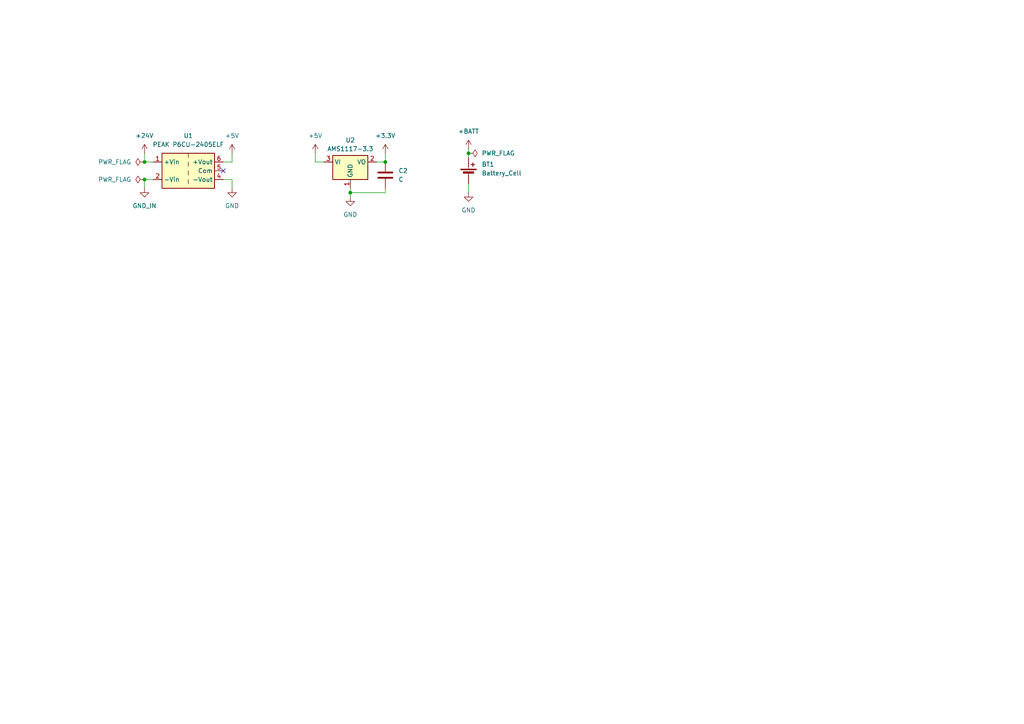
<source format=kicad_sch>
(kicad_sch (version 20231120) (generator "eeschema") (generator_version "8.0")
  (paper "A4")
  (lib_symbols
    (symbol "Converter_DCDC:TMA-2405D"
      (property "Reference" "U" (at -6.35 6.35 0))
      (property "Value" "TMA-2405D" (at 2.54 6.35 0))
      (symbol "TMA-2405D_0_1"
        (rectangle (start -7.62 5.08) (end 7.62 -5.08) (stroke (width 0.254)) (fill (type background)))
        (polyline (pts (xy 0 -2.54) (xy 0 -3.81)))
        (polyline (pts (xy 0 0) (xy 0 -1.27)))
        (polyline (pts (xy 0 2.54) (xy 0 1.27)))
        (polyline (pts (xy 0 5.08) (xy 0 3.81)))
      )
      (symbol "TMA-2405D_1_1"
        (pin power_in line (at -10.16 2.54 0) (length 2.54) (name "+Vin") (number "1"))
        (pin power_in line (at -10.16 -2.54 0) (length 2.54) (name "-Vin") (number "2"))
        (pin power_out line (at 10.16 -2.54 180) (length 2.54) (name "-Vout") (number "4"))
        (pin power_out line (at 10.16 0 180) (length 2.54) (name "Com") (number "5"))
        (pin power_out line (at 10.16 2.54 180) (length 2.54) (name "+Vout") (number "6"))
      )
    )
    (symbol "Device:Battery_Cell" (pin_numbers hide) (pin_names (offset 0) hide)
      (property "Reference" "BT" (at 2.54 2.54 0))
      (property "Value" "Battery_Cell" (at 2.54 0 0))
      (symbol "Battery_Cell_0_1"
        (rectangle (start -2.286 1.778) (end 2.286 1.524) (fill (type outline)))
        (rectangle (start -1.524 1.016) (end 1.524 0.508) (fill (type outline)))
        (polyline (pts (xy 0 0.762) (xy 0 0)))
        (polyline (pts (xy 0 1.778) (xy 0 2.54)))
        (polyline (pts (xy 0.762 3.048) (xy 1.778 3.048)) (stroke (width 0.254)))
        (polyline (pts (xy 1.27 3.556) (xy 1.27 2.54)) (stroke (width 0.254)))
      )
      (symbol "Battery_Cell_1_1"
        (pin passive line (at 0 5.08 270) (length 2.54) (name "+") (number "1"))
        (pin passive line (at 0 -2.54 90) (length 2.54) (name "-") (number "2"))
      )
    )
    (symbol "Device:C" (pin_numbers hide) (pin_names (offset 0.254))
      (property "Reference" "C" (at 0.635 2.54 0))
      (property "Value" "C" (at 0.635 -2.54 0))
      (symbol "C_0_1"
        (polyline (pts (xy -2.032 -0.762) (xy 2.032 -0.762)) (stroke (width 0.508)))
        (polyline (pts (xy -2.032 0.762) (xy 2.032 0.762)) (stroke (width 0.508)))
      )
      (symbol "C_1_1"
        (pin passive line (at 0 3.81 270) (length 2.794) (name "~") (number "1"))
        (pin passive line (at 0 -3.81 90) (length 2.794) (name "~") (number "2"))
      )
    )
    (symbol "Regulator_Linear:AMS1117-3.3"
      (property "Reference" "U" (at -3.81 3.175 0))
      (property "Value" "AMS1117-3.3" (at 0 3.175 0))
      (symbol "AMS1117-3.3_0_1"
        (rectangle (start -5.08 -5.08) (end 5.08 1.905) (stroke (width 0.254)) (fill (type background)))
      )
      (symbol "AMS1117-3.3_1_1"
        (pin power_in line (at 0 -7.62 90) (length 2.54) (name "GND") (number "1"))
        (pin power_out line (at 7.62 0 180) (length 2.54) (name "VO") (number "2"))
        (pin power_in line (at -7.62 0 0) (length 2.54) (name "VI") (number "3"))
      )
    )
    (symbol "power:+24V" (power) (pin_numbers hide) (pin_names (offset 0) hide)
      (property "Value" "+24V" (at 0 3.556 0))
      (symbol "+24V_0_1"
        (polyline (pts (xy -0.762 1.27) (xy 0 2.54)))
        (polyline (pts (xy 0 0) (xy 0 2.54)))
        (polyline (pts (xy 0 2.54) (xy 0.762 1.27)))
      )
      (symbol "+24V_1_1"
        (pin power_in line (at 0 0 90) (length 0) (name "~") (number "1"))
      )
    )
    (symbol "power:+3.3V" (power) (pin_numbers hide) (pin_names (offset 0) hide)
      (property "Value" "+3.3V" (at 0 3.556 0))
      (symbol "+3.3V_0_1"
        (polyline (pts (xy -0.762 1.27) (xy 0 2.54)))
        (polyline (pts (xy 0 0) (xy 0 2.54)))
        (polyline (pts (xy 0 2.54) (xy 0.762 1.27)))
      )
      (symbol "+3.3V_1_1"
        (pin power_in line (at 0 0 90) (length 0) (name "~") (number "1"))
      )
    )
    (symbol "power:+5V" (power) (pin_numbers hide) (pin_names (offset 0) hide)
      (property "Value" "+5V" (at 0 3.556 0))
      (symbol "+5V_0_1"
        (polyline (pts (xy -0.762 1.27) (xy 0 2.54)))
        (polyline (pts (xy 0 0) (xy 0 2.54)))
        (polyline (pts (xy 0 2.54) (xy 0.762 1.27)))
      )
      (symbol "+5V_1_1"
        (pin power_in line (at 0 0 90) (length 0) (name "~") (number "1"))
      )
    )
    (symbol "power:+BATT" (power) (pin_numbers hide) (pin_names (offset 0) hide)
      (property "Value" "+BATT" (at 0 3.556 0))
      (symbol "+BATT_0_1"
        (polyline (pts (xy -0.762 1.27) (xy 0 2.54)))
        (polyline (pts (xy 0 0) (xy 0 2.54)))
        (polyline (pts (xy 0 2.54) (xy 0.762 1.27)))
      )
      (symbol "+BATT_1_1"
        (pin power_in line (at 0 0 90) (length 0) (name "~") (number "1"))
      )
    )
    (symbol "power:GND" (power) (pin_numbers hide) (pin_names (offset 0) hide)
      (property "Value" "GND" (at 0 -3.81 0))
      (symbol "GND_0_1"
        (polyline (pts (xy 0 0) (xy 0 -1.27) (xy 1.27 -1.27) (xy 0 -2.54) (xy -1.27 -1.27) (xy 0 -1.27)))
      )
      (symbol "GND_1_1"
        (pin power_in line (at 0 0 270) (length 0) (name "~") (number "1"))
      )
    )
    (symbol "power:PWR_FLAG" (power) (pin_numbers hide) (pin_names (offset 0) hide)
      (property "Value" "PWR_FLAG" (at 0 3.81 0))
      (symbol "PWR_FLAG_0_0"
        (pin power_out line (at 0 0 90) (length 0) (name "~") (number "1"))
      )
      (symbol "PWR_FLAG_0_1"
        (polyline (pts (xy 0 0) (xy 0 1.27) (xy -1.016 1.905) (xy 0 2.54) (xy 1.016 1.905) (xy 0 1.27)))
      )
    )
  )
  (junction (at 41.91 46.99))
  (junction (at 101.6 55.88))
  (junction (at 111.76 46.99))
  (junction (at 135.89 44.45))
  (junction (at 41.91 52.07))
  (no_connect (at 64.77 49.53))
  (wire (pts (xy 101.6 55.88) (xy 101.6 54.61)))
  (wire (pts (xy 67.31 52.07) (xy 67.31 54.61)))
  (wire (pts (xy 41.91 44.45) (xy 41.91 46.99)))
  (wire (pts (xy 111.76 46.99) (xy 111.76 44.45)))
  (wire (pts (xy 135.89 43.18) (xy 135.89 44.45)))
  (wire (pts (xy 64.77 52.07) (xy 67.31 52.07)))
  (wire (pts (xy 41.91 52.07) (xy 41.91 54.61)))
  (wire (pts (xy 109.22 46.99) (xy 111.76 46.99)))
  (wire (pts (xy 135.89 53.34) (xy 135.89 55.88)))
  (wire (pts (xy 91.44 46.99) (xy 93.98 46.99)))
  (wire (pts (xy 111.76 55.88) (xy 101.6 55.88)))
  (wire (pts (xy 41.91 46.99) (xy 44.45 46.99)))
  (wire (pts (xy 111.76 54.61) (xy 111.76 55.88)))
  (wire (pts (xy 135.89 44.45) (xy 135.89 45.72)))
  (wire (pts (xy 101.6 57.15) (xy 101.6 55.88)))
  (wire (pts (xy 67.31 46.99) (xy 67.31 44.45)))
  (wire (pts (xy 91.44 44.45) (xy 91.44 46.99)))
  (wire (pts (xy 44.45 52.07) (xy 41.91 52.07)))
  (wire (pts (xy 64.77 46.99) (xy 67.31 46.99)))
  (symbol (lib_id "power:+3.3V") (at 111.76 44.45 0) (unit 1)
    (property "Reference" "#PWR011" (effects (hide yes)))
    (property "Value" "+3.3V" (at 111.76 39.37 0))
    (property "Description" "Power symbol creates a global label with name \"+3.3V\"" (effects (hide yes)))
  )
  (symbol (lib_id "power:GND") (at 101.6 57.15 0) (unit 1)
    (property "Reference" "#PWR09" (effects (hide yes)))
    (property "Value" "GND" (at 101.6 62.23 0))
    (property "Description" "Power symbol creates a global label with name \"GND\" , ground" (effects (hide yes)))
  )
  (symbol (lib_id "Device:C") (at 111.76 50.8 0) (unit 1)
    (property "Reference" "C2" (at 115.57 49.5299 0) (effects (justify left)))
    (property "Value" "C" (at 115.57 52.0699 0) (effects (justify left)))
    (property "Footprint" "Capacitor_SMD:C_0805_2012Metric_Pad1.18x1.45mm_HandSolder" (effects (hide yes)))
    (property "Description" "Unpolarized capacitor" (effects (hide yes)))
  )
  (symbol (lib_id "power:GND") (at 135.89 55.88 0) (unit 1)
    (property "Reference" "#PWR075" (effects (hide yes)))
    (property "Value" "GND" (at 135.89 60.96 0))
    (property "Description" "Power symbol creates a global label with name \"GND\" , ground" (effects (hide yes)))
  )
  (symbol (lib_id "power:PWR_FLAG") (at 135.89 44.45 270) (unit 1)
    (property "Reference" "#FLG06" (effects (hide yes)))
    (property "Value" "PWR_FLAG" (at 139.7 44.4499 90) (effects (justify left)))
    (property "Description" "Special symbol for telling ERC where power comes from" (effects (hide yes)))
  )
  (symbol (lib_id "power:PWR_FLAG") (at 41.91 46.99 90) (unit 1)
    (property "Reference" "#FLG02" (effects (hide yes)))
    (property "Value" "PWR_FLAG" (at 38.1 46.9899 90) (effects (justify left)))
    (property "Description" "Special symbol for telling ERC where power comes from" (effects (hide yes)))
  )
  (symbol (lib_id "power:+24V") (at 41.91 44.45 0) (unit 1)
    (property "Reference" "#PWR021" (effects (hide yes)))
    (property "Value" "+24V" (at 41.91 39.37 0))
    (property "Description" "Power symbol creates a global label with name \"+24V\"" (effects (hide yes)))
  )
  (symbol (lib_id "power:+5V") (at 91.44 44.45 0) (unit 1)
    (property "Reference" "#PWR08" (effects (hide yes)))
    (property "Value" "+5V" (at 91.44 39.37 0))
    (property "Description" "Power symbol creates a global label with name \"+5V\"" (effects (hide yes)))
  )
  (symbol (lib_id "power:GND") (at 67.31 54.61 0) (unit 1)
    (property "Reference" "#PWR020" (effects (hide yes)))
    (property "Value" "GND" (at 67.31 59.69 0))
    (property "Description" "Power symbol creates a global label with name \"GND\" , ground" (effects (hide yes)))
  )
  (symbol (lib_id "Device:Battery_Cell") (at 135.89 50.8 0) (unit 1)
    (property "Reference" "BT1" (at 139.7 47.6884 0) (effects (justify left)))
    (property "Value" "Battery_Cell" (at 139.7 50.2284 0) (effects (justify left)))
    (property "Footprint" "Battery:Battery_Panasonic_CR2032-VS1N_Vertical_CircularHoles" (effects (hide yes)))
    (property "Description" "Single-cell battery" (effects (hide yes)))
  )
  (symbol (lib_id "power:+5V") (at 67.31 44.45 0) (unit 1)
    (property "Reference" "#PWR019" (effects (hide yes)))
    (property "Value" "+5V" (at 67.31 39.37 0))
    (property "Description" "Power symbol creates a global label with name \"+5V\"" (effects (hide yes)))
  )
  (symbol (lib_id "power:+BATT") (at 135.89 43.18 0) (unit 1)
    (property "Reference" "#PWR076" (effects (hide yes)))
    (property "Value" "+BATT" (at 135.89 38.1 0))
    (property "Description" "Power symbol creates a global label with name \"+BATT\"" (effects (hide yes)))
  )
  (symbol (lib_id "power:GND") (at 41.91 54.61 0) (unit 1)
    (property "Reference" "#PWR018" (effects (hide yes)))
    (property "Value" "GND_IN" (at 41.91 59.69 0))
    (property "Description" "Power symbol creates a global label with name \"GND\" , ground" (effects (hide yes)))
  )
  (symbol (lib_id "Converter_DCDC:TMA-2405D") (at 54.61 49.53 0) (unit 1)
    (property "Reference" "U1" (at 54.61 39.37 0))
    (property "Value" "PEAK P6CU-2405ELF" (at 54.61 41.91 0))
    (property "Footprint" "Converter_DCDC:Converter_DCDC_TRACO_TMA-15xxD_24xxD_Dual_THT" (effects (hide yes)))
    (property "Datasheet" "https://www.tracopower.com/products/tma.pdf" (effects (hide yes)))
    (property "Description" "1W DC/DC converter unregulated, 21.6-26.4V input, ±5V fixed output voltage, 100mA each output, 1.0kVDC isolation, SIP-7" (effects (hide yes)))
  )
  (symbol (lib_id "Regulator_Linear:AMS1117-3.3") (at 101.6 46.99 0) (unit 1)
    (property "Reference" "U2" (at 101.6 40.64 0))
    (property "Value" "AMS1117-3.3" (at 101.6 43.18 0))
    (property "Footprint" "Package_TO_SOT_SMD:SOT-223-3_TabPin2" (effects (hide yes)))
    (property "Datasheet" "http://www.advanced-monolithic.com/pdf/ds1117.pdf" (effects (hide yes)))
    (property "Description" "1A Low Dropout regulator, positive, 3.3V fixed output, SOT-223" (effects (hide yes)))
  )
  (symbol (lib_id "power:PWR_FLAG") (at 41.91 52.07 90) (unit 1)
    (property "Reference" "#FLG03" (effects (hide yes)))
    (property "Value" "PWR_FLAG" (at 38.1 52.0699 90) (effects (justify left)))
    (property "Description" "Special symbol for telling ERC where power comes from" (effects (hide yes)))
  )
)
</source>
